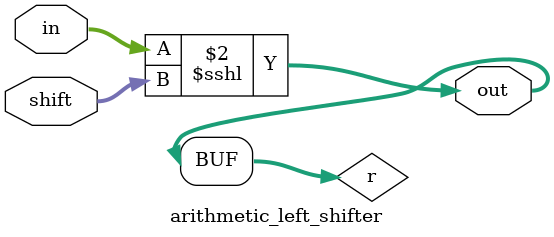
<source format=sv>
module arithmetic_left_shifter

#(parameter W = 4)
(
  input logic signed [W-1:0] in,
  input logic [W-1:0] shift,
  output logic signed [W-1:0] out
);

logic signed [W-1:0] r;

always_comb begin
  r = in <<< shift;
end

assign out = r;

endmodule
</source>
